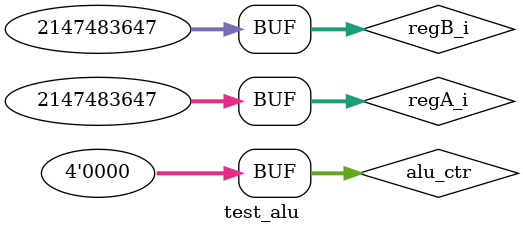
<source format=v>
`timescale 1ns / 1ps


module test_alu;
    reg [3:0]          alu_ctr;
    reg [31:0]         regA_i,regB_i;
     
    wire        sub_ctr;
    wire        sig_ctr;
    wire [1:0]  op_ctr;
    
    wire   zf; // Áã±êÖ¾
    wire   sf; // ·ûºÅ±êÖ¾
    wire   cf; // ½øÎ»/´íÎ»±êÖ¾
    wire   of; // Òç³ö±êÖ¾
    
    wire    cout;
    wire [31:0]    wdata_o; // ¶àÎ»
    
    alu_ctr alu_ctr0(.alu_ctr(alu_ctr), .sub_ctr(sub_ctr), .sig_ctr(sig_ctr), .op_ctr(op_ctr));
    alu alu0(.regA_i(regA_i), .regB_i(regB_i), .sub_ctr_i(sub_ctr), .sig_ctr_i(sig_ctr), .op_ctr_i(op_ctr), 
                .zf(zf), .sf(sf), .cf(cf), .of(of), .cout(cout), .result_o(wdata_o));
    
    initial begin
        
        alu_ctr = 4'b0000; 
        regA_i = 32'b0000_0000_0000_0000_0000_0000_1111_0000;
        regB_i = 32'b0000_0000_0000_0000_0000_0000_0000_0001;
 
        #100    
        alu_ctr = 4'b0000;        
        regA_i = 32'b0111_1111_1111_1111_1111_1111_1111_1111; 
        regB_i = 32'b0111_1111_1111_1111_1111_1111_1111_1111; 

    end
    
endmodule

</source>
